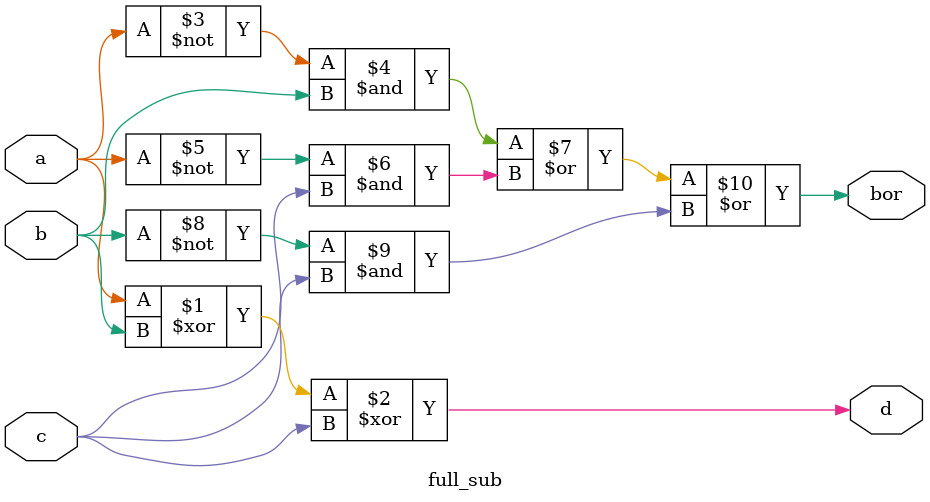
<source format=v>
`timescale 1ns / 1ps
module full_sub(
    input a,
    input b,
    input c,
    output d,
    output bor
    );
	 assign d=a^b^c;
	 assign bor=(~a&b)|(~a&c)|(~b&c);


endmodule

</source>
